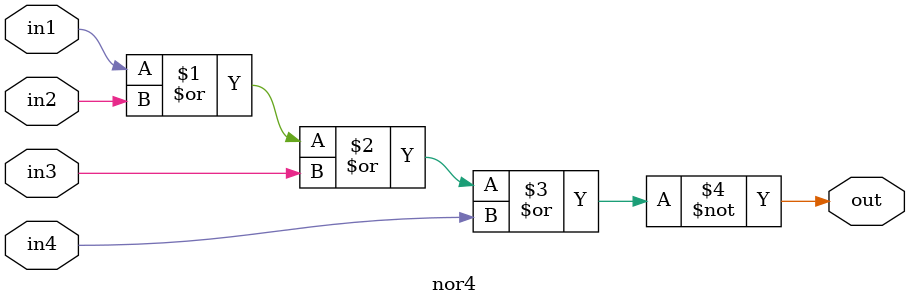
<source format=v>
/*
    CS/ECE 552 Spring '22
    Homework #1, Problem 2

    4 input NOR
*/
module nor4 (out,in1,in2,in3,in4);
    output out;
    input  in1,in2,in3,in4;
    assign out = ~(in1 | in2 | in3 | in4);
endmodule

</source>
